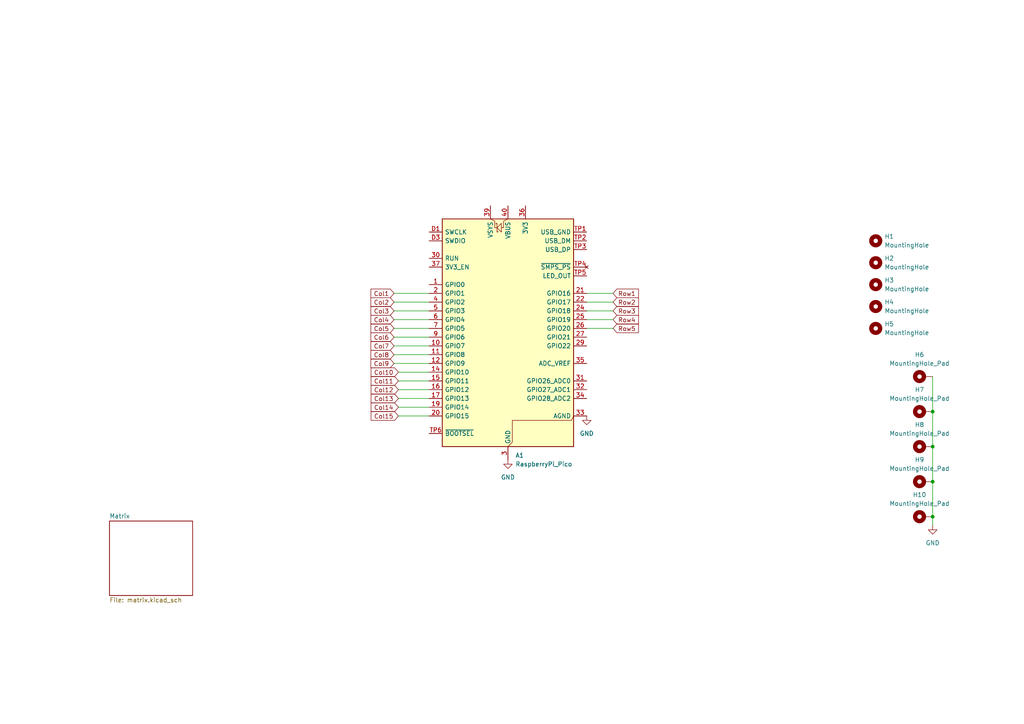
<source format=kicad_sch>
(kicad_sch (version 20250114) (generator "eeschema") (generator_version "9.0")
  (paper "A4")
  (lib_symbols
    (symbol "MCU_Module:RaspberryPi_Pico_Extensive" (pin_names (offset 0.762))
      (property "Reference" "A" (at -19.05 35.56 0))
      (property "Value" "RaspberryPi_Pico" (at 7.62 35.56 0))
      (symbol "RaspberryPi_Pico_Extensive_0_1"
        (rectangle (start -19.05 34.29) (end 19.05 -31.75) (stroke (width 0.254)) (fill (type background)))
        (polyline (pts (xy -5.08 34.29) (xy -3.81 33.655) (xy -3.81 31.75) (xy -3.175 31.75)))
        (polyline (pts (xy -3.429 32.766) (xy -3.429 33.02) (xy -3.175 33.02) (xy -3.175 30.48) (xy -2.921 30.48) (xy -2.921 30.734)))
        (polyline (pts (xy -3.175 31.75) (xy -1.905 33.02) (xy -1.905 30.48) (xy -3.175 31.75)))
        (polyline (pts (xy 0 34.29) (xy -1.27 33.655) (xy -1.27 31.75) (xy -1.905 31.75)))
        (polyline (pts (xy 0 -31.75) (xy 1.27 -30.48) (xy 1.27 -24.13) (xy 18.415 -24.13) (xy 19.05 -22.86)))
      )
      (symbol "RaspberryPi_Pico_Extensive_1_1"
        (pin input line (at -22.86 30.48 0) (length 3.81) (name "SWCLK") (number "D1"))
        (pin bidirectional line (at -22.86 27.94 0) (length 3.81) (name "SWDIO") (number "D3"))
        (pin passive line (at -22.86 22.86 0) (length 3.81) (name "RUN") (number "30"))
        (pin passive line (at -22.86 20.32 0) (length 3.81) (name "3V3_EN") (number "37"))
        (pin bidirectional line (at -22.86 15.24 0) (length 3.81) (name "GPIO0") (number "1"))
        (pin bidirectional line (at -22.86 12.7 0) (length 3.81) (name "GPIO1") (number "2"))
        (pin bidirectional line (at -22.86 10.16 0) (length 3.81) (name "GPIO2") (number "4"))
        (pin bidirectional line (at -22.86 7.62 0) (length 3.81) (name "GPIO3") (number "5"))
        (pin bidirectional line (at -22.86 5.08 0) (length 3.81) (name "GPIO4") (number "6"))
        (pin bidirectional line (at -22.86 2.54 0) (length 3.81) (name "GPIO5") (number "7"))
        (pin bidirectional line (at -22.86 0 0) (length 3.81) (name "GPIO6") (number "9"))
        (pin bidirectional line (at -22.86 -2.54 0) (length 3.81) (name "GPIO7") (number "10"))
        (pin bidirectional line (at -22.86 -5.08 0) (length 3.81) (name "GPIO8") (number "11"))
        (pin bidirectional line (at -22.86 -7.62 0) (length 3.81) (name "GPIO9") (number "12"))
        (pin bidirectional line (at -22.86 -10.16 0) (length 3.81) (name "GPIO10") (number "14"))
        (pin bidirectional line (at -22.86 -12.7 0) (length 3.81) (name "GPIO11") (number "15"))
        (pin bidirectional line (at -22.86 -15.24 0) (length 3.81) (name "GPIO12") (number "16"))
        (pin bidirectional line (at -22.86 -17.78 0) (length 3.81) (name "GPIO13") (number "17"))
        (pin bidirectional line (at -22.86 -20.32 0) (length 3.81) (name "GPIO14") (number "19"))
        (pin bidirectional line (at -22.86 -22.86 0) (length 3.81) (name "GPIO15") (number "20"))
        (pin input line (at -22.86 -27.94 0) (length 3.81) (name "~{BOOTSEL}") (number "TP6"))
        (pin power_in line (at -5.08 38.1 270) (length 3.81) (name "VSYS") (number "39"))
        (pin power_out line (at 0 38.1 270) (length 3.81) (name "VBUS") (number "40"))
        (pin passive line (at 0 -35.56 90) (length 3.81) (hide yes) (name "GND") (number "13"))
        (pin passive line (at 0 -35.56 90) (length 3.81) (hide yes) (name "GND") (number "18"))
        (pin passive line (at 0 -35.56 90) (length 3.81) (hide yes) (name "GND") (number "23"))
        (pin passive line (at 0 -35.56 90) (length 3.81) (hide yes) (name "GND") (number "28"))
        (pin power_out line (at 0 -35.56 90) (length 3.81) (name "GND") (number "3"))
        (pin passive line (at 0 -35.56 90) (length 3.81) (hide yes) (name "GND") (number "38"))
        (pin passive line (at 0 -35.56 90) (length 3.81) (hide yes) (name "GND") (number "8"))
        (pin passive line (at 0 -35.56 90) (length 3.81) (hide yes) (name "GND") (number "D2"))
        (pin power_out line (at 5.08 38.1 270) (length 3.81) (name "3V3") (number "36"))
        (pin power_out line (at 22.86 30.48 180) (length 3.81) (name "USB_GND") (number "TP1"))
        (pin bidirectional line (at 22.86 27.94 180) (length 3.81) (name "USB_DM") (number "TP2"))
        (pin bidirectional line (at 22.86 25.4 180) (length 3.81) (name "USB_DP") (number "TP3"))
        (pin no_connect line (at 22.86 20.32 180) (length 3.81) (name "~{SMPS_PS}") (number "TP4"))
        (pin output line (at 22.86 17.78 180) (length 3.81) (name "LED_OUT") (number "TP5"))
        (pin bidirectional line (at 22.86 12.7 180) (length 3.81) (name "GPIO16") (number "21"))
        (pin bidirectional line (at 22.86 10.16 180) (length 3.81) (name "GPIO17") (number "22"))
        (pin bidirectional line (at 22.86 7.62 180) (length 3.81) (name "GPIO18") (number "24"))
        (pin bidirectional line (at 22.86 5.08 180) (length 3.81) (name "GPIO19") (number "25"))
        (pin bidirectional line (at 22.86 2.54 180) (length 3.81) (name "GPIO20") (number "26"))
        (pin bidirectional line (at 22.86 0 180) (length 3.81) (name "GPIO21") (number "27"))
        (pin bidirectional line (at 22.86 -2.54 180) (length 3.81) (name "GPIO22") (number "29"))
        (pin power_in line (at 22.86 -7.62 180) (length 3.81) (name "ADC_VREF") (number "35"))
        (pin bidirectional line (at 22.86 -12.7 180) (length 3.81) (name "GPIO26_ADC0") (number "31"))
        (pin bidirectional line (at 22.86 -15.24 180) (length 3.81) (name "GPIO27_ADC1") (number "32"))
        (pin bidirectional line (at 22.86 -17.78 180) (length 3.81) (name "GPIO28_ADC2") (number "34"))
        (pin power_out line (at 22.86 -22.86 180) (length 3.81) (name "AGND") (number "33"))
      )
    )
    (symbol "Mechanical:MountingHole" (pin_names (offset 1.016)) (in_bom no)
      (property "Reference" "H" (at 0 5.08 0))
      (property "Value" "MountingHole" (at 0 3.175 0))
      (symbol "MountingHole_0_1"
        (circle (center 0 0) (radius 1.27) (stroke (width 1.27)))
      )
    )
    (symbol "Mechanical:MountingHole_Pad" (pin_numbers (hide yes)) (pin_names (offset 1.016) (hide yes)) (in_bom no)
      (property "Reference" "H" (at 0 6.35 0))
      (property "Value" "MountingHole_Pad" (at 0 4.445 0))
      (symbol "MountingHole_Pad_0_1"
        (circle (center 0 1.27) (radius 1.27) (stroke (width 1.27)))
      )
      (symbol "MountingHole_Pad_1_1"
        (pin input line (at 0 -2.54 90) (length 2.54) (name "1") (number "1"))
      )
    )
    (symbol "power:GND" (power) (pin_numbers (hide yes)) (pin_names (offset 0) (hide yes))
      (property "Value" "GND" (at 0 -3.81 0))
      (symbol "GND_0_1"
        (polyline (pts (xy 0 0) (xy 0 -1.27) (xy 1.27 -1.27) (xy 0 -2.54) (xy -1.27 -1.27) (xy 0 -1.27)))
      )
      (symbol "GND_1_1"
        (pin power_in line (at 0 0 270) (length 0) (name "~") (number "1"))
      )
    )
  )
  (junction (at 270.51 139.7))
  (junction (at 270.51 149.86))
  (junction (at 270.51 119.38))
  (junction (at 270.51 129.54))
  (wire (pts (xy 114.3 85.09) (xy 124.46 85.09)))
  (wire (pts (xy 115.57 113.03) (xy 124.46 113.03)))
  (wire (pts (xy 177.8 85.09) (xy 170.18 85.09)))
  (wire (pts (xy 114.3 100.33) (xy 124.46 100.33)))
  (wire (pts (xy 115.57 115.57) (xy 124.46 115.57)))
  (wire (pts (xy 115.57 110.49) (xy 124.46 110.49)))
  (wire (pts (xy 114.3 95.25) (xy 124.46 95.25)))
  (wire (pts (xy 115.57 120.65) (xy 124.46 120.65)))
  (wire (pts (xy 114.3 90.17) (xy 124.46 90.17)))
  (wire (pts (xy 114.3 97.79) (xy 124.46 97.79)))
  (wire (pts (xy 114.3 92.71) (xy 124.46 92.71)))
  (wire (pts (xy 177.8 92.71) (xy 170.18 92.71)))
  (wire (pts (xy 114.3 102.87) (xy 124.46 102.87)))
  (wire (pts (xy 177.8 90.17) (xy 170.18 90.17)))
  (wire (pts (xy 177.8 95.25) (xy 170.18 95.25)))
  (wire (pts (xy 270.51 149.86) (xy 270.51 152.4)))
  (wire (pts (xy 177.8 87.63) (xy 170.18 87.63)))
  (wire (pts (xy 270.51 139.7) (xy 270.51 149.86)))
  (wire (pts (xy 270.51 119.38) (xy 270.51 129.54)))
  (wire (pts (xy 115.57 107.95) (xy 124.46 107.95)))
  (wire (pts (xy 114.3 105.41) (xy 124.46 105.41)))
  (wire (pts (xy 114.3 87.63) (xy 124.46 87.63)))
  (wire (pts (xy 270.51 129.54) (xy 270.51 139.7)))
  (wire (pts (xy 270.51 109.22) (xy 270.51 119.38)))
  (wire (pts (xy 115.57 118.11) (xy 124.46 118.11)))
  (global_label "Row1" (shape input) (at 177.8 85.09 0) (property "Intersheetrefs" "${INTERSHEET_REFS}" (effects (hide yes))))
  (global_label "Col6" (shape input) (at 114.3 97.79 180) (property "Intersheetrefs" "${INTERSHEET_REFS}" (effects (hide yes))))
  (global_label "Col14" (shape input) (at 115.57 118.11 180) (property "Intersheetrefs" "${INTERSHEET_REFS}" (effects (hide yes))))
  (global_label "Col3" (shape input) (at 114.3 90.17 180) (property "Intersheetrefs" "${INTERSHEET_REFS}" (effects (hide yes))))
  (global_label "Row3" (shape input) (at 177.8 90.17 0) (property "Intersheetrefs" "${INTERSHEET_REFS}" (effects (hide yes))))
  (global_label "Col1" (shape input) (at 114.3 85.09 180) (property "Intersheetrefs" "${INTERSHEET_REFS}" (effects (hide yes))))
  (global_label "Col9" (shape input) (at 114.3 105.41 180) (property "Intersheetrefs" "${INTERSHEET_REFS}" (effects (hide yes))))
  (global_label "Col15" (shape input) (at 115.57 120.65 180) (property "Intersheetrefs" "${INTERSHEET_REFS}" (effects (hide yes))))
  (global_label "Col8" (shape input) (at 114.3 102.87 180) (property "Intersheetrefs" "${INTERSHEET_REFS}" (effects (hide yes))))
  (global_label "Col11" (shape input) (at 115.57 110.49 180) (property "Intersheetrefs" "${INTERSHEET_REFS}" (effects (hide yes))))
  (global_label "Col5" (shape input) (at 114.3 95.25 180) (property "Intersheetrefs" "${INTERSHEET_REFS}" (effects (hide yes))))
  (global_label "Col10" (shape input) (at 115.57 107.95 180) (property "Intersheetrefs" "${INTERSHEET_REFS}" (effects (hide yes))))
  (global_label "Col2" (shape input) (at 114.3 87.63 180) (property "Intersheetrefs" "${INTERSHEET_REFS}" (effects (hide yes))))
  (global_label "Row5" (shape input) (at 177.8 95.25 0) (property "Intersheetrefs" "${INTERSHEET_REFS}" (effects (hide yes))))
  (global_label "Row4" (shape input) (at 177.8 92.71 0) (property "Intersheetrefs" "${INTERSHEET_REFS}" (effects (hide yes))))
  (global_label "Col12" (shape input) (at 115.57 113.03 180) (property "Intersheetrefs" "${INTERSHEET_REFS}" (effects (hide yes))))
  (global_label "Col4" (shape input) (at 114.3 92.71 180) (property "Intersheetrefs" "${INTERSHEET_REFS}" (effects (hide yes))))
  (global_label "Row2" (shape input) (at 177.8 87.63 0) (property "Intersheetrefs" "${INTERSHEET_REFS}" (effects (hide yes))))
  (global_label "Col7" (shape input) (at 114.3 100.33 180) (property "Intersheetrefs" "${INTERSHEET_REFS}" (effects (hide yes))))
  (global_label "Col13" (shape input) (at 115.57 115.57 180) (property "Intersheetrefs" "${INTERSHEET_REFS}" (effects (hide yes))))
  (symbol (lib_id "MCU_Module:RaspberryPi_Pico_Extensive") (at 147.32 97.79 0) (unit 1)
    (property "Reference" "A1" (at 149.4633 132.08 0) (effects (justify left)))
    (property "Value" "RaspberryPi_Pico" (at 149.4633 134.62 0) (effects (justify left)))
    (property "Footprint" "Module:RaspberryPi_Pico_Common_Unspecified" (effects (hide yes)))
    (property "Datasheet" "https://datasheets.raspberrypi.com/pico/pico-datasheet.pdf" (effects (hide yes)))
    (property "Description" "Versatile and inexpensive microcontroller module (with full pinout for test point and debug connections) powered by RP2040 dual-core Arm Cortex-M0+ processor up to 133 MHz, 264kB SRAM, 2MB QSPI flash; also supports Raspberry Pi Pico 2" (effects (hide yes)))
  )
  (symbol (lib_id "Mechanical:MountingHole") (at 254 69.85 0) (unit 1) (in_bom no)
    (property "Reference" "H1" (at 256.54 68.5799 0) (effects (justify left)))
    (property "Value" "MountingHole" (at 256.54 71.1199 0) (effects (justify left)))
    (property "Footprint" "PCM_Mounting_Keyboard_Stabilizer:Stabilizer_Cherry_MX_2.00u" (effects (hide yes)))
    (property "Description" "Mounting Hole without connection" (effects (hide yes)))
  )
  (symbol (lib_id "Mechanical:MountingHole") (at 254 88.9 0) (unit 1) (in_bom no)
    (property "Reference" "H4" (at 256.54 87.6299 0) (effects (justify left)))
    (property "Value" "MountingHole" (at 256.54 90.1699 0) (effects (justify left)))
    (property "Footprint" "PCM_Mounting_Keyboard_Stabilizer:Stabilizer_Cherry_MX_2.00u" (effects (hide yes)))
    (property "Description" "Mounting Hole without connection" (effects (hide yes)))
  )
  (symbol (lib_id "Mechanical:MountingHole_Pad") (at 267.97 129.54 90) (unit 1) (in_bom no)
    (property "Reference" "H8" (at 266.7 123.19 90))
    (property "Value" "MountingHole_Pad" (at 266.7 125.73 90))
    (property "Footprint" "MountingHole:MountingHole_2.2mm_M2_DIN965_Pad" (effects (hide yes)))
    (property "Description" "Mounting Hole with connection" (effects (hide yes)))
  )
  (symbol (lib_id "Mechanical:MountingHole") (at 254 76.2 0) (unit 1) (in_bom no)
    (property "Reference" "H2" (at 256.54 74.9299 0) (effects (justify left)))
    (property "Value" "MountingHole" (at 256.54 77.4699 0) (effects (justify left)))
    (property "Footprint" "PCM_Mounting_Keyboard_Stabilizer:Stabilizer_Cherry_MX_2.00u" (effects (hide yes)))
    (property "Description" "Mounting Hole without connection" (effects (hide yes)))
  )
  (symbol (lib_id "Mechanical:MountingHole") (at 254 82.55 0) (unit 1) (in_bom no)
    (property "Reference" "H3" (at 256.54 81.2799 0) (effects (justify left)))
    (property "Value" "MountingHole" (at 256.54 83.8199 0) (effects (justify left)))
    (property "Footprint" "PCM_Mounting_Keyboard_Stabilizer:Stabilizer_Cherry_MX_2.00u" (effects (hide yes)))
    (property "Description" "Mounting Hole without connection" (effects (hide yes)))
  )
  (symbol (lib_id "power:GND") (at 270.51 152.4 0) (unit 1)
    (property "Reference" "#PWR01" (effects (hide yes)))
    (property "Value" "GND" (at 270.51 157.48 0))
    (property "Description" "Power symbol creates a global label with name \"GND\" , ground" (effects (hide yes)))
  )
  (symbol (lib_id "Mechanical:MountingHole") (at 254 95.25 0) (unit 1) (in_bom no)
    (property "Reference" "H5" (at 256.54 93.9799 0) (effects (justify left)))
    (property "Value" "MountingHole" (at 256.54 96.5199 0) (effects (justify left)))
    (property "Footprint" "PCM_Mounting_Keyboard_Stabilizer:Stabilizer_Cherry_MX_2.00u" (effects (hide yes)))
    (property "Description" "Mounting Hole without connection" (effects (hide yes)))
  )
  (symbol (lib_id "power:GND") (at 170.18 120.65 0) (unit 1)
    (property "Reference" "#PWR03" (effects (hide yes)))
    (property "Value" "GND" (at 170.18 125.73 0))
    (property "Description" "Power symbol creates a global label with name \"GND\" , ground" (effects (hide yes)))
  )
  (symbol (lib_id "Mechanical:MountingHole_Pad") (at 267.97 109.22 90) (unit 1) (in_bom no)
    (property "Reference" "H6" (at 266.7 102.87 90))
    (property "Value" "MountingHole_Pad" (at 266.7 105.41 90))
    (property "Footprint" "MountingHole:MountingHole_2.2mm_M2_DIN965_Pad" (effects (hide yes)))
    (property "Description" "Mounting Hole with connection" (effects (hide yes)))
  )
  (symbol (lib_id "Mechanical:MountingHole_Pad") (at 267.97 139.7 90) (unit 1) (in_bom no)
    (property "Reference" "H9" (at 266.7 133.35 90))
    (property "Value" "MountingHole_Pad" (at 266.7 135.89 90))
    (property "Footprint" "MountingHole:MountingHole_2.2mm_M2_DIN965_Pad" (effects (hide yes)))
    (property "Description" "Mounting Hole with connection" (effects (hide yes)))
  )
  (symbol (lib_id "Mechanical:MountingHole_Pad") (at 267.97 149.86 90) (unit 1) (in_bom no)
    (property "Reference" "H10" (at 266.7 143.51 90))
    (property "Value" "MountingHole_Pad" (at 266.7 146.05 90))
    (property "Footprint" "MountingHole:MountingHole_2.2mm_M2_DIN965_Pad" (effects (hide yes)))
    (property "Description" "Mounting Hole with connection" (effects (hide yes)))
  )
  (symbol (lib_id "power:GND") (at 147.32 133.35 0) (unit 1)
    (property "Reference" "#PWR02" (effects (hide yes)))
    (property "Value" "GND" (at 147.32 138.43 0))
    (property "Description" "Power symbol creates a global label with name \"GND\" , ground" (effects (hide yes)))
  )
  (symbol (lib_id "Mechanical:MountingHole_Pad") (at 267.97 119.38 90) (unit 1) (in_bom no)
    (property "Reference" "H7" (at 266.7 113.03 90))
    (property "Value" "MountingHole_Pad" (at 266.7 115.57 90))
    (property "Footprint" "MountingHole:MountingHole_2.2mm_M2_DIN965_Pad" (effects (hide yes)))
    (property "Description" "Mounting Hole with connection" (effects (hide yes)))
  )
  (sheet (at 31.75 151.13) (size 24.13 21.59) (stroke (width 0.1524))
    (property "Sheetname" "Matrix" (at 31.75 150.4184 0) (effects (justify left bottom)))
    (property "Sheetfile" "matrix.kicad_sch" (at 31.75 173.3046 0) (effects (justify left top)))
  )
)
</source>
